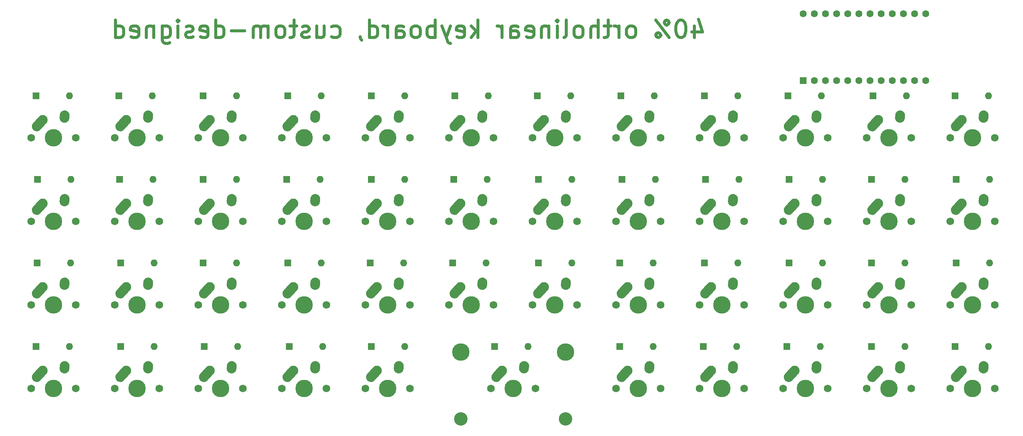
<source format=gbs>
G04 #@! TF.GenerationSoftware,KiCad,Pcbnew,(5.1.10)-1*
G04 #@! TF.CreationDate,2022-01-10T13:30:35-05:00*
G04 #@! TF.ProjectId,40,3430252e-6b69-4636-9164-5f7063625858,rev?*
G04 #@! TF.SameCoordinates,Original*
G04 #@! TF.FileFunction,Soldermask,Bot*
G04 #@! TF.FilePolarity,Negative*
%FSLAX46Y46*%
G04 Gerber Fmt 4.6, Leading zero omitted, Abs format (unit mm)*
G04 Created by KiCad (PCBNEW (5.1.10)-1) date 2022-01-10 13:30:35*
%MOMM*%
%LPD*%
G01*
G04 APERTURE LIST*
%ADD10C,0.700000*%
%ADD11C,1.600000*%
%ADD12R,1.600000X1.600000*%
%ADD13C,1.750000*%
%ADD14C,2.250000*%
%ADD15C,3.987800*%
%ADD16O,1.600000X1.600000*%
%ADD17C,3.048000*%
G04 APERTURE END LIST*
D10*
X183411607Y-38036607D02*
X183411607Y-40703273D01*
X184363988Y-36512797D02*
X185316369Y-39369940D01*
X182840178Y-39369940D01*
X180554464Y-36703273D02*
X180173511Y-36703273D01*
X179792559Y-36893750D01*
X179602083Y-37084226D01*
X179411607Y-37465178D01*
X179221130Y-38227083D01*
X179221130Y-39179464D01*
X179411607Y-39941369D01*
X179602083Y-40322321D01*
X179792559Y-40512797D01*
X180173511Y-40703273D01*
X180554464Y-40703273D01*
X180935416Y-40512797D01*
X181125892Y-40322321D01*
X181316369Y-39941369D01*
X181506845Y-39179464D01*
X181506845Y-38227083D01*
X181316369Y-37465178D01*
X181125892Y-37084226D01*
X180935416Y-36893750D01*
X180554464Y-36703273D01*
X177697321Y-40703273D02*
X174649702Y-36703273D01*
X177125892Y-36703273D02*
X176744940Y-36893750D01*
X176554464Y-37274702D01*
X176744940Y-37655654D01*
X177125892Y-37846130D01*
X177506845Y-37655654D01*
X177697321Y-37274702D01*
X177506845Y-36893750D01*
X177125892Y-36703273D01*
X174840178Y-40512797D02*
X174649702Y-40131845D01*
X174840178Y-39750892D01*
X175221130Y-39560416D01*
X175602083Y-39750892D01*
X175792559Y-40131845D01*
X175602083Y-40512797D01*
X175221130Y-40703273D01*
X174840178Y-40512797D01*
X169316369Y-40703273D02*
X169697321Y-40512797D01*
X169887797Y-40322321D01*
X170078273Y-39941369D01*
X170078273Y-38798511D01*
X169887797Y-38417559D01*
X169697321Y-38227083D01*
X169316369Y-38036607D01*
X168744940Y-38036607D01*
X168363988Y-38227083D01*
X168173511Y-38417559D01*
X167983035Y-38798511D01*
X167983035Y-39941369D01*
X168173511Y-40322321D01*
X168363988Y-40512797D01*
X168744940Y-40703273D01*
X169316369Y-40703273D01*
X166268750Y-40703273D02*
X166268750Y-38036607D01*
X166268750Y-38798511D02*
X166078273Y-38417559D01*
X165887797Y-38227083D01*
X165506845Y-38036607D01*
X165125892Y-38036607D01*
X164363988Y-38036607D02*
X162840178Y-38036607D01*
X163792559Y-36703273D02*
X163792559Y-40131845D01*
X163602083Y-40512797D01*
X163221130Y-40703273D01*
X162840178Y-40703273D01*
X161506845Y-40703273D02*
X161506845Y-36703273D01*
X159792559Y-40703273D02*
X159792559Y-38608035D01*
X159983035Y-38227083D01*
X160363988Y-38036607D01*
X160935416Y-38036607D01*
X161316369Y-38227083D01*
X161506845Y-38417559D01*
X157316369Y-40703273D02*
X157697321Y-40512797D01*
X157887797Y-40322321D01*
X158078273Y-39941369D01*
X158078273Y-38798511D01*
X157887797Y-38417559D01*
X157697321Y-38227083D01*
X157316369Y-38036607D01*
X156744940Y-38036607D01*
X156363988Y-38227083D01*
X156173511Y-38417559D01*
X155983035Y-38798511D01*
X155983035Y-39941369D01*
X156173511Y-40322321D01*
X156363988Y-40512797D01*
X156744940Y-40703273D01*
X157316369Y-40703273D01*
X153697321Y-40703273D02*
X154078273Y-40512797D01*
X154268750Y-40131845D01*
X154268750Y-36703273D01*
X152173511Y-40703273D02*
X152173511Y-38036607D01*
X152173511Y-36703273D02*
X152363988Y-36893750D01*
X152173511Y-37084226D01*
X151983035Y-36893750D01*
X152173511Y-36703273D01*
X152173511Y-37084226D01*
X150268750Y-38036607D02*
X150268750Y-40703273D01*
X150268750Y-38417559D02*
X150078273Y-38227083D01*
X149697321Y-38036607D01*
X149125892Y-38036607D01*
X148744940Y-38227083D01*
X148554464Y-38608035D01*
X148554464Y-40703273D01*
X145125892Y-40512797D02*
X145506845Y-40703273D01*
X146268750Y-40703273D01*
X146649702Y-40512797D01*
X146840178Y-40131845D01*
X146840178Y-38608035D01*
X146649702Y-38227083D01*
X146268750Y-38036607D01*
X145506845Y-38036607D01*
X145125892Y-38227083D01*
X144935416Y-38608035D01*
X144935416Y-38988988D01*
X146840178Y-39369940D01*
X141506845Y-40703273D02*
X141506845Y-38608035D01*
X141697321Y-38227083D01*
X142078273Y-38036607D01*
X142840178Y-38036607D01*
X143221130Y-38227083D01*
X141506845Y-40512797D02*
X141887797Y-40703273D01*
X142840178Y-40703273D01*
X143221130Y-40512797D01*
X143411607Y-40131845D01*
X143411607Y-39750892D01*
X143221130Y-39369940D01*
X142840178Y-39179464D01*
X141887797Y-39179464D01*
X141506845Y-38988988D01*
X139602083Y-40703273D02*
X139602083Y-38036607D01*
X139602083Y-38798511D02*
X139411607Y-38417559D01*
X139221130Y-38227083D01*
X138840178Y-38036607D01*
X138459226Y-38036607D01*
X134078273Y-40703273D02*
X134078273Y-36703273D01*
X133697321Y-39179464D02*
X132554464Y-40703273D01*
X132554464Y-38036607D02*
X134078273Y-39560416D01*
X129316369Y-40512797D02*
X129697321Y-40703273D01*
X130459226Y-40703273D01*
X130840178Y-40512797D01*
X131030654Y-40131845D01*
X131030654Y-38608035D01*
X130840178Y-38227083D01*
X130459226Y-38036607D01*
X129697321Y-38036607D01*
X129316369Y-38227083D01*
X129125892Y-38608035D01*
X129125892Y-38988988D01*
X131030654Y-39369940D01*
X127792559Y-38036607D02*
X126840178Y-40703273D01*
X125887797Y-38036607D02*
X126840178Y-40703273D01*
X127221130Y-41655654D01*
X127411607Y-41846130D01*
X127792559Y-42036607D01*
X124363988Y-40703273D02*
X124363988Y-36703273D01*
X124363988Y-38227083D02*
X123983035Y-38036607D01*
X123221130Y-38036607D01*
X122840178Y-38227083D01*
X122649702Y-38417559D01*
X122459226Y-38798511D01*
X122459226Y-39941369D01*
X122649702Y-40322321D01*
X122840178Y-40512797D01*
X123221130Y-40703273D01*
X123983035Y-40703273D01*
X124363988Y-40512797D01*
X120173511Y-40703273D02*
X120554464Y-40512797D01*
X120744940Y-40322321D01*
X120935416Y-39941369D01*
X120935416Y-38798511D01*
X120744940Y-38417559D01*
X120554464Y-38227083D01*
X120173511Y-38036607D01*
X119602083Y-38036607D01*
X119221130Y-38227083D01*
X119030654Y-38417559D01*
X118840178Y-38798511D01*
X118840178Y-39941369D01*
X119030654Y-40322321D01*
X119221130Y-40512797D01*
X119602083Y-40703273D01*
X120173511Y-40703273D01*
X115411607Y-40703273D02*
X115411607Y-38608035D01*
X115602083Y-38227083D01*
X115983035Y-38036607D01*
X116744940Y-38036607D01*
X117125892Y-38227083D01*
X115411607Y-40512797D02*
X115792559Y-40703273D01*
X116744940Y-40703273D01*
X117125892Y-40512797D01*
X117316369Y-40131845D01*
X117316369Y-39750892D01*
X117125892Y-39369940D01*
X116744940Y-39179464D01*
X115792559Y-39179464D01*
X115411607Y-38988988D01*
X113506845Y-40703273D02*
X113506845Y-38036607D01*
X113506845Y-38798511D02*
X113316369Y-38417559D01*
X113125892Y-38227083D01*
X112744940Y-38036607D01*
X112363988Y-38036607D01*
X109316369Y-40703273D02*
X109316369Y-36703273D01*
X109316369Y-40512797D02*
X109697321Y-40703273D01*
X110459226Y-40703273D01*
X110840178Y-40512797D01*
X111030654Y-40322321D01*
X111221130Y-39941369D01*
X111221130Y-38798511D01*
X111030654Y-38417559D01*
X110840178Y-38227083D01*
X110459226Y-38036607D01*
X109697321Y-38036607D01*
X109316369Y-38227083D01*
X107221130Y-40512797D02*
X107221130Y-40703273D01*
X107411607Y-41084226D01*
X107602083Y-41274702D01*
X100744940Y-40512797D02*
X101125892Y-40703273D01*
X101887797Y-40703273D01*
X102268750Y-40512797D01*
X102459226Y-40322321D01*
X102649702Y-39941369D01*
X102649702Y-38798511D01*
X102459226Y-38417559D01*
X102268750Y-38227083D01*
X101887797Y-38036607D01*
X101125892Y-38036607D01*
X100744940Y-38227083D01*
X97316369Y-38036607D02*
X97316369Y-40703273D01*
X99030654Y-38036607D02*
X99030654Y-40131845D01*
X98840178Y-40512797D01*
X98459226Y-40703273D01*
X97887797Y-40703273D01*
X97506845Y-40512797D01*
X97316369Y-40322321D01*
X95602083Y-40512797D02*
X95221130Y-40703273D01*
X94459226Y-40703273D01*
X94078273Y-40512797D01*
X93887797Y-40131845D01*
X93887797Y-39941369D01*
X94078273Y-39560416D01*
X94459226Y-39369940D01*
X95030654Y-39369940D01*
X95411607Y-39179464D01*
X95602083Y-38798511D01*
X95602083Y-38608035D01*
X95411607Y-38227083D01*
X95030654Y-38036607D01*
X94459226Y-38036607D01*
X94078273Y-38227083D01*
X92744940Y-38036607D02*
X91221130Y-38036607D01*
X92173511Y-36703273D02*
X92173511Y-40131845D01*
X91983035Y-40512797D01*
X91602083Y-40703273D01*
X91221130Y-40703273D01*
X89316369Y-40703273D02*
X89697321Y-40512797D01*
X89887797Y-40322321D01*
X90078273Y-39941369D01*
X90078273Y-38798511D01*
X89887797Y-38417559D01*
X89697321Y-38227083D01*
X89316369Y-38036607D01*
X88744940Y-38036607D01*
X88363988Y-38227083D01*
X88173511Y-38417559D01*
X87983035Y-38798511D01*
X87983035Y-39941369D01*
X88173511Y-40322321D01*
X88363988Y-40512797D01*
X88744940Y-40703273D01*
X89316369Y-40703273D01*
X86268750Y-40703273D02*
X86268750Y-38036607D01*
X86268750Y-38417559D02*
X86078273Y-38227083D01*
X85697321Y-38036607D01*
X85125892Y-38036607D01*
X84744940Y-38227083D01*
X84554464Y-38608035D01*
X84554464Y-40703273D01*
X84554464Y-38608035D02*
X84363988Y-38227083D01*
X83983035Y-38036607D01*
X83411607Y-38036607D01*
X83030654Y-38227083D01*
X82840178Y-38608035D01*
X82840178Y-40703273D01*
X80935416Y-39179464D02*
X77887797Y-39179464D01*
X74268750Y-40703273D02*
X74268750Y-36703273D01*
X74268750Y-40512797D02*
X74649702Y-40703273D01*
X75411607Y-40703273D01*
X75792559Y-40512797D01*
X75983035Y-40322321D01*
X76173511Y-39941369D01*
X76173511Y-38798511D01*
X75983035Y-38417559D01*
X75792559Y-38227083D01*
X75411607Y-38036607D01*
X74649702Y-38036607D01*
X74268750Y-38227083D01*
X70840178Y-40512797D02*
X71221130Y-40703273D01*
X71983035Y-40703273D01*
X72363988Y-40512797D01*
X72554464Y-40131845D01*
X72554464Y-38608035D01*
X72363988Y-38227083D01*
X71983035Y-38036607D01*
X71221130Y-38036607D01*
X70840178Y-38227083D01*
X70649702Y-38608035D01*
X70649702Y-38988988D01*
X72554464Y-39369940D01*
X69125892Y-40512797D02*
X68744940Y-40703273D01*
X67983035Y-40703273D01*
X67602083Y-40512797D01*
X67411607Y-40131845D01*
X67411607Y-39941369D01*
X67602083Y-39560416D01*
X67983035Y-39369940D01*
X68554464Y-39369940D01*
X68935416Y-39179464D01*
X69125892Y-38798511D01*
X69125892Y-38608035D01*
X68935416Y-38227083D01*
X68554464Y-38036607D01*
X67983035Y-38036607D01*
X67602083Y-38227083D01*
X65697321Y-40703273D02*
X65697321Y-38036607D01*
X65697321Y-36703273D02*
X65887797Y-36893750D01*
X65697321Y-37084226D01*
X65506845Y-36893750D01*
X65697321Y-36703273D01*
X65697321Y-37084226D01*
X62078273Y-38036607D02*
X62078273Y-41274702D01*
X62268750Y-41655654D01*
X62459226Y-41846130D01*
X62840178Y-42036607D01*
X63411607Y-42036607D01*
X63792559Y-41846130D01*
X62078273Y-40512797D02*
X62459226Y-40703273D01*
X63221130Y-40703273D01*
X63602083Y-40512797D01*
X63792559Y-40322321D01*
X63983035Y-39941369D01*
X63983035Y-38798511D01*
X63792559Y-38417559D01*
X63602083Y-38227083D01*
X63221130Y-38036607D01*
X62459226Y-38036607D01*
X62078273Y-38227083D01*
X60173511Y-38036607D02*
X60173511Y-40703273D01*
X60173511Y-38417559D02*
X59983035Y-38227083D01*
X59602083Y-38036607D01*
X59030654Y-38036607D01*
X58649702Y-38227083D01*
X58459226Y-38608035D01*
X58459226Y-40703273D01*
X55030654Y-40512797D02*
X55411607Y-40703273D01*
X56173511Y-40703273D01*
X56554464Y-40512797D01*
X56744940Y-40131845D01*
X56744940Y-38608035D01*
X56554464Y-38227083D01*
X56173511Y-38036607D01*
X55411607Y-38036607D01*
X55030654Y-38227083D01*
X54840178Y-38608035D01*
X54840178Y-38988988D01*
X56744940Y-39369940D01*
X51411607Y-40703273D02*
X51411607Y-36703273D01*
X51411607Y-40512797D02*
X51792559Y-40703273D01*
X52554464Y-40703273D01*
X52935416Y-40512797D01*
X53125892Y-40322321D01*
X53316369Y-39941369D01*
X53316369Y-38798511D01*
X53125892Y-38417559D01*
X52935416Y-38227083D01*
X52554464Y-38036607D01*
X51792559Y-38036607D01*
X51411607Y-38227083D01*
D11*
X208280000Y-35242500D03*
X210820000Y-35242500D03*
X213360000Y-35242500D03*
X215900000Y-35242500D03*
X218440000Y-35242500D03*
X220980000Y-35242500D03*
X223520000Y-35242500D03*
X226060000Y-35242500D03*
X228600000Y-35242500D03*
X231140000Y-35242500D03*
X233680000Y-35242500D03*
X236220000Y-35242500D03*
X236220000Y-50482500D03*
X233680000Y-50482500D03*
X231140000Y-50482500D03*
X228600000Y-50482500D03*
X226060000Y-50482500D03*
X223520000Y-50482500D03*
X220980000Y-50482500D03*
X218440000Y-50482500D03*
X215900000Y-50482500D03*
X213360000Y-50482500D03*
X210820000Y-50482500D03*
D12*
X208280000Y-50482500D03*
D13*
X156686250Y-101600000D03*
X146526250Y-101600000D03*
D14*
X149106250Y-97600000D03*
D15*
X151606250Y-101600000D03*
G36*
G01*
X147044938Y-99897350D02*
X147044933Y-99897345D01*
G75*
G02*
X146958905Y-98308683I751317J837345D01*
G01*
X148268907Y-96848683D01*
G75*
G02*
X149857569Y-96762655I837345J-751317D01*
G01*
X149857569Y-96762655D01*
G75*
G02*
X149943597Y-98351317I-751317J-837345D01*
G01*
X148633595Y-99811317D01*
G75*
G02*
X147044933Y-99897345I-837345J751317D01*
G01*
G37*
D14*
X154146250Y-96520000D03*
G36*
G01*
X154029733Y-98222395D02*
X154028847Y-98222334D01*
G75*
G02*
X152983916Y-97022597I77403J1122334D01*
G01*
X153023916Y-96442597D01*
G75*
G02*
X154223653Y-95397666I1122334J-77403D01*
G01*
X154223653Y-95397666D01*
G75*
G02*
X155268584Y-96597403I-77403J-1122334D01*
G01*
X155228584Y-97177403D01*
G75*
G02*
X154028847Y-98222334I-1122334J77403D01*
G01*
G37*
D13*
X137636250Y-101600000D03*
X127476250Y-101600000D03*
D14*
X130056250Y-97600000D03*
D15*
X132556250Y-101600000D03*
G36*
G01*
X127994938Y-99897350D02*
X127994933Y-99897345D01*
G75*
G02*
X127908905Y-98308683I751317J837345D01*
G01*
X129218907Y-96848683D01*
G75*
G02*
X130807569Y-96762655I837345J-751317D01*
G01*
X130807569Y-96762655D01*
G75*
G02*
X130893597Y-98351317I-751317J-837345D01*
G01*
X129583595Y-99811317D01*
G75*
G02*
X127994933Y-99897345I-837345J751317D01*
G01*
G37*
D14*
X135096250Y-96520000D03*
G36*
G01*
X134979733Y-98222395D02*
X134978847Y-98222334D01*
G75*
G02*
X133933916Y-97022597I77403J1122334D01*
G01*
X133973916Y-96442597D01*
G75*
G02*
X135173653Y-95397666I1122334J-77403D01*
G01*
X135173653Y-95397666D01*
G75*
G02*
X136218584Y-96597403I-77403J-1122334D01*
G01*
X136178584Y-97177403D01*
G75*
G02*
X134978847Y-98222334I-1122334J77403D01*
G01*
G37*
D13*
X118586250Y-82550000D03*
X108426250Y-82550000D03*
D14*
X111006250Y-78550000D03*
D15*
X113506250Y-82550000D03*
G36*
G01*
X108944938Y-80847350D02*
X108944933Y-80847345D01*
G75*
G02*
X108858905Y-79258683I751317J837345D01*
G01*
X110168907Y-77798683D01*
G75*
G02*
X111757569Y-77712655I837345J-751317D01*
G01*
X111757569Y-77712655D01*
G75*
G02*
X111843597Y-79301317I-751317J-837345D01*
G01*
X110533595Y-80761317D01*
G75*
G02*
X108944933Y-80847345I-837345J751317D01*
G01*
G37*
D14*
X116046250Y-77470000D03*
G36*
G01*
X115929733Y-79172395D02*
X115928847Y-79172334D01*
G75*
G02*
X114883916Y-77972597I77403J1122334D01*
G01*
X114923916Y-77392597D01*
G75*
G02*
X116123653Y-76347666I1122334J-77403D01*
G01*
X116123653Y-76347666D01*
G75*
G02*
X117168584Y-77547403I-77403J-1122334D01*
G01*
X117128584Y-78127403D01*
G75*
G02*
X115928847Y-79172334I-1122334J77403D01*
G01*
G37*
D13*
X42386250Y-120650000D03*
X32226250Y-120650000D03*
D14*
X34806250Y-116650000D03*
D15*
X37306250Y-120650000D03*
G36*
G01*
X32744938Y-118947350D02*
X32744933Y-118947345D01*
G75*
G02*
X32658905Y-117358683I751317J837345D01*
G01*
X33968907Y-115898683D01*
G75*
G02*
X35557569Y-115812655I837345J-751317D01*
G01*
X35557569Y-115812655D01*
G75*
G02*
X35643597Y-117401317I-751317J-837345D01*
G01*
X34333595Y-118861317D01*
G75*
G02*
X32744933Y-118947345I-837345J751317D01*
G01*
G37*
D14*
X39846250Y-115570000D03*
G36*
G01*
X39729733Y-117272395D02*
X39728847Y-117272334D01*
G75*
G02*
X38683916Y-116072597I77403J1122334D01*
G01*
X38723916Y-115492597D01*
G75*
G02*
X39923653Y-114447666I1122334J-77403D01*
G01*
X39923653Y-114447666D01*
G75*
G02*
X40968584Y-115647403I-77403J-1122334D01*
G01*
X40928584Y-116227403D01*
G75*
G02*
X39728847Y-117272334I-1122334J77403D01*
G01*
G37*
D16*
X193357500Y-53975000D03*
D12*
X185737500Y-53975000D03*
D16*
X174307500Y-53975000D03*
D12*
X166687500Y-53975000D03*
D16*
X155257500Y-53975000D03*
D12*
X147637500Y-53975000D03*
D16*
X136445000Y-53975000D03*
D12*
X128825000Y-53975000D03*
D16*
X117395000Y-53975000D03*
D12*
X109775000Y-53975000D03*
D16*
X98345000Y-53975000D03*
D12*
X90725000Y-53975000D03*
D16*
X79057500Y-53975000D03*
D12*
X71437500Y-53975000D03*
D16*
X59845000Y-53975000D03*
D12*
X52225000Y-53975000D03*
D16*
X40957500Y-53975000D03*
D12*
X33337500Y-53975000D03*
D16*
X250507500Y-111125000D03*
D12*
X242887500Y-111125000D03*
D16*
X231457500Y-111125000D03*
D12*
X223837500Y-111125000D03*
D16*
X212170000Y-111125000D03*
D12*
X204550000Y-111125000D03*
D16*
X193120000Y-111125000D03*
D12*
X185500000Y-111125000D03*
D16*
X174070000Y-111125000D03*
D12*
X166450000Y-111125000D03*
D16*
X145495000Y-111125000D03*
D12*
X137875000Y-111125000D03*
D16*
X117395000Y-111125000D03*
D12*
X109775000Y-111125000D03*
D16*
X98663750Y-111125000D03*
D12*
X91043750Y-111125000D03*
D16*
X79295000Y-111125000D03*
D12*
X71675000Y-111125000D03*
D16*
X60245000Y-111125000D03*
D12*
X52625000Y-111125000D03*
D16*
X40957500Y-111125000D03*
D12*
X33337500Y-111125000D03*
D16*
X250745000Y-92075000D03*
D12*
X243125000Y-92075000D03*
D16*
X231457500Y-92075000D03*
D12*
X223837500Y-92075000D03*
D16*
X212645000Y-92075000D03*
D12*
X205025000Y-92075000D03*
D16*
X193357500Y-92075000D03*
D12*
X185737500Y-92075000D03*
D16*
X174070000Y-92075000D03*
D12*
X166450000Y-92075000D03*
D16*
X155495000Y-92075000D03*
D12*
X147875000Y-92075000D03*
D16*
X135970000Y-92075000D03*
D12*
X128350000Y-92075000D03*
D16*
X117157500Y-92075000D03*
D12*
X109537500Y-92075000D03*
D16*
X98345000Y-92075000D03*
D12*
X90725000Y-92075000D03*
D16*
X79057500Y-92075000D03*
D12*
X71437500Y-92075000D03*
D16*
X60245000Y-92075000D03*
D12*
X52625000Y-92075000D03*
D16*
X41195000Y-92075000D03*
D12*
X33575000Y-92075000D03*
D16*
X250745000Y-73025000D03*
D12*
X243125000Y-73025000D03*
D16*
X231457500Y-73025000D03*
D12*
X223837500Y-73025000D03*
D16*
X212645000Y-73025000D03*
D12*
X205025000Y-73025000D03*
D16*
X193595000Y-73025000D03*
D12*
X185975000Y-73025000D03*
D16*
X174545000Y-73025000D03*
D12*
X166925000Y-73025000D03*
D16*
X155495000Y-73025000D03*
D12*
X147875000Y-73025000D03*
D16*
X136207500Y-73025000D03*
D12*
X128587500Y-73025000D03*
D16*
X117395000Y-73025000D03*
D12*
X109775000Y-73025000D03*
D16*
X98107500Y-73025000D03*
D12*
X90487500Y-73025000D03*
D16*
X79057500Y-73025000D03*
D12*
X71437500Y-73025000D03*
D16*
X60007500Y-73025000D03*
D12*
X52387500Y-73025000D03*
D16*
X41275000Y-73025000D03*
D12*
X33655000Y-73025000D03*
D16*
X250507500Y-53975000D03*
D12*
X242887500Y-53975000D03*
D16*
X231775000Y-53975000D03*
D12*
X224155000Y-53975000D03*
D16*
X212407500Y-53975000D03*
D12*
X204787500Y-53975000D03*
D13*
X137636250Y-63500000D03*
X127476250Y-63500000D03*
D14*
X130056250Y-59500000D03*
D15*
X132556250Y-63500000D03*
G36*
G01*
X127994938Y-61797350D02*
X127994933Y-61797345D01*
G75*
G02*
X127908905Y-60208683I751317J837345D01*
G01*
X129218907Y-58748683D01*
G75*
G02*
X130807569Y-58662655I837345J-751317D01*
G01*
X130807569Y-58662655D01*
G75*
G02*
X130893597Y-60251317I-751317J-837345D01*
G01*
X129583595Y-61711317D01*
G75*
G02*
X127994933Y-61797345I-837345J751317D01*
G01*
G37*
D14*
X135096250Y-58420000D03*
G36*
G01*
X134979733Y-60122395D02*
X134978847Y-60122334D01*
G75*
G02*
X133933916Y-58922597I77403J1122334D01*
G01*
X133973916Y-58342597D01*
G75*
G02*
X135173653Y-57297666I1122334J-77403D01*
G01*
X135173653Y-57297666D01*
G75*
G02*
X136218584Y-58497403I-77403J-1122334D01*
G01*
X136178584Y-59077403D01*
G75*
G02*
X134978847Y-60122334I-1122334J77403D01*
G01*
G37*
D13*
X42386250Y-63500000D03*
X32226250Y-63500000D03*
D14*
X34806250Y-59500000D03*
D15*
X37306250Y-63500000D03*
G36*
G01*
X32744938Y-61797350D02*
X32744933Y-61797345D01*
G75*
G02*
X32658905Y-60208683I751317J837345D01*
G01*
X33968907Y-58748683D01*
G75*
G02*
X35557569Y-58662655I837345J-751317D01*
G01*
X35557569Y-58662655D01*
G75*
G02*
X35643597Y-60251317I-751317J-837345D01*
G01*
X34333595Y-61711317D01*
G75*
G02*
X32744933Y-61797345I-837345J751317D01*
G01*
G37*
D14*
X39846250Y-58420000D03*
G36*
G01*
X39729733Y-60122395D02*
X39728847Y-60122334D01*
G75*
G02*
X38683916Y-58922597I77403J1122334D01*
G01*
X38723916Y-58342597D01*
G75*
G02*
X39923653Y-57297666I1122334J-77403D01*
G01*
X39923653Y-57297666D01*
G75*
G02*
X40968584Y-58497403I-77403J-1122334D01*
G01*
X40928584Y-59077403D01*
G75*
G02*
X39728847Y-60122334I-1122334J77403D01*
G01*
G37*
D13*
X251936250Y-63500000D03*
X241776250Y-63500000D03*
D14*
X244356250Y-59500000D03*
D15*
X246856250Y-63500000D03*
G36*
G01*
X242294938Y-61797350D02*
X242294933Y-61797345D01*
G75*
G02*
X242208905Y-60208683I751317J837345D01*
G01*
X243518907Y-58748683D01*
G75*
G02*
X245107569Y-58662655I837345J-751317D01*
G01*
X245107569Y-58662655D01*
G75*
G02*
X245193597Y-60251317I-751317J-837345D01*
G01*
X243883595Y-61711317D01*
G75*
G02*
X242294933Y-61797345I-837345J751317D01*
G01*
G37*
D14*
X249396250Y-58420000D03*
G36*
G01*
X249279733Y-60122395D02*
X249278847Y-60122334D01*
G75*
G02*
X248233916Y-58922597I77403J1122334D01*
G01*
X248273916Y-58342597D01*
G75*
G02*
X249473653Y-57297666I1122334J-77403D01*
G01*
X249473653Y-57297666D01*
G75*
G02*
X250518584Y-58497403I-77403J-1122334D01*
G01*
X250478584Y-59077403D01*
G75*
G02*
X249278847Y-60122334I-1122334J77403D01*
G01*
G37*
D13*
X99536250Y-82550000D03*
X89376250Y-82550000D03*
D14*
X91956250Y-78550000D03*
D15*
X94456250Y-82550000D03*
G36*
G01*
X89894938Y-80847350D02*
X89894933Y-80847345D01*
G75*
G02*
X89808905Y-79258683I751317J837345D01*
G01*
X91118907Y-77798683D01*
G75*
G02*
X92707569Y-77712655I837345J-751317D01*
G01*
X92707569Y-77712655D01*
G75*
G02*
X92793597Y-79301317I-751317J-837345D01*
G01*
X91483595Y-80761317D01*
G75*
G02*
X89894933Y-80847345I-837345J751317D01*
G01*
G37*
D14*
X96996250Y-77470000D03*
G36*
G01*
X96879733Y-79172395D02*
X96878847Y-79172334D01*
G75*
G02*
X95833916Y-77972597I77403J1122334D01*
G01*
X95873916Y-77392597D01*
G75*
G02*
X97073653Y-76347666I1122334J-77403D01*
G01*
X97073653Y-76347666D01*
G75*
G02*
X98118584Y-77547403I-77403J-1122334D01*
G01*
X98078584Y-78127403D01*
G75*
G02*
X96878847Y-79172334I-1122334J77403D01*
G01*
G37*
D13*
X61436250Y-101600000D03*
X51276250Y-101600000D03*
D14*
X53856250Y-97600000D03*
D15*
X56356250Y-101600000D03*
G36*
G01*
X51794938Y-99897350D02*
X51794933Y-99897345D01*
G75*
G02*
X51708905Y-98308683I751317J837345D01*
G01*
X53018907Y-96848683D01*
G75*
G02*
X54607569Y-96762655I837345J-751317D01*
G01*
X54607569Y-96762655D01*
G75*
G02*
X54693597Y-98351317I-751317J-837345D01*
G01*
X53383595Y-99811317D01*
G75*
G02*
X51794933Y-99897345I-837345J751317D01*
G01*
G37*
D14*
X58896250Y-96520000D03*
G36*
G01*
X58779733Y-98222395D02*
X58778847Y-98222334D01*
G75*
G02*
X57733916Y-97022597I77403J1122334D01*
G01*
X57773916Y-96442597D01*
G75*
G02*
X58973653Y-95397666I1122334J-77403D01*
G01*
X58973653Y-95397666D01*
G75*
G02*
X60018584Y-96597403I-77403J-1122334D01*
G01*
X59978584Y-97177403D01*
G75*
G02*
X58778847Y-98222334I-1122334J77403D01*
G01*
G37*
D13*
X80486250Y-101600000D03*
X70326250Y-101600000D03*
D14*
X72906250Y-97600000D03*
D15*
X75406250Y-101600000D03*
G36*
G01*
X70844938Y-99897350D02*
X70844933Y-99897345D01*
G75*
G02*
X70758905Y-98308683I751317J837345D01*
G01*
X72068907Y-96848683D01*
G75*
G02*
X73657569Y-96762655I837345J-751317D01*
G01*
X73657569Y-96762655D01*
G75*
G02*
X73743597Y-98351317I-751317J-837345D01*
G01*
X72433595Y-99811317D01*
G75*
G02*
X70844933Y-99897345I-837345J751317D01*
G01*
G37*
D14*
X77946250Y-96520000D03*
G36*
G01*
X77829733Y-98222395D02*
X77828847Y-98222334D01*
G75*
G02*
X76783916Y-97022597I77403J1122334D01*
G01*
X76823916Y-96442597D01*
G75*
G02*
X78023653Y-95397666I1122334J-77403D01*
G01*
X78023653Y-95397666D01*
G75*
G02*
X79068584Y-96597403I-77403J-1122334D01*
G01*
X79028584Y-97177403D01*
G75*
G02*
X77828847Y-98222334I-1122334J77403D01*
G01*
G37*
D13*
X118586250Y-101600000D03*
X108426250Y-101600000D03*
D14*
X111006250Y-97600000D03*
D15*
X113506250Y-101600000D03*
G36*
G01*
X108944938Y-99897350D02*
X108944933Y-99897345D01*
G75*
G02*
X108858905Y-98308683I751317J837345D01*
G01*
X110168907Y-96848683D01*
G75*
G02*
X111757569Y-96762655I837345J-751317D01*
G01*
X111757569Y-96762655D01*
G75*
G02*
X111843597Y-98351317I-751317J-837345D01*
G01*
X110533595Y-99811317D01*
G75*
G02*
X108944933Y-99897345I-837345J751317D01*
G01*
G37*
D14*
X116046250Y-96520000D03*
G36*
G01*
X115929733Y-98222395D02*
X115928847Y-98222334D01*
G75*
G02*
X114883916Y-97022597I77403J1122334D01*
G01*
X114923916Y-96442597D01*
G75*
G02*
X116123653Y-95397666I1122334J-77403D01*
G01*
X116123653Y-95397666D01*
G75*
G02*
X117168584Y-96597403I-77403J-1122334D01*
G01*
X117128584Y-97177403D01*
G75*
G02*
X115928847Y-98222334I-1122334J77403D01*
G01*
G37*
D15*
X154019250Y-112395000D03*
X130143250Y-112395000D03*
D17*
X154019250Y-127635000D03*
X130143250Y-127635000D03*
D13*
X147161250Y-120650000D03*
X137001250Y-120650000D03*
D14*
X139581250Y-116650000D03*
D15*
X142081250Y-120650000D03*
G36*
G01*
X137519938Y-118947350D02*
X137519933Y-118947345D01*
G75*
G02*
X137433905Y-117358683I751317J837345D01*
G01*
X138743907Y-115898683D01*
G75*
G02*
X140332569Y-115812655I837345J-751317D01*
G01*
X140332569Y-115812655D01*
G75*
G02*
X140418597Y-117401317I-751317J-837345D01*
G01*
X139108595Y-118861317D01*
G75*
G02*
X137519933Y-118947345I-837345J751317D01*
G01*
G37*
D14*
X144621250Y-115570000D03*
G36*
G01*
X144504733Y-117272395D02*
X144503847Y-117272334D01*
G75*
G02*
X143458916Y-116072597I77403J1122334D01*
G01*
X143498916Y-115492597D01*
G75*
G02*
X144698653Y-114447666I1122334J-77403D01*
G01*
X144698653Y-114447666D01*
G75*
G02*
X145743584Y-115647403I-77403J-1122334D01*
G01*
X145703584Y-116227403D01*
G75*
G02*
X144503847Y-117272334I-1122334J77403D01*
G01*
G37*
D13*
X42386250Y-101600000D03*
X32226250Y-101600000D03*
D14*
X34806250Y-97600000D03*
D15*
X37306250Y-101600000D03*
G36*
G01*
X32744938Y-99897350D02*
X32744933Y-99897345D01*
G75*
G02*
X32658905Y-98308683I751317J837345D01*
G01*
X33968907Y-96848683D01*
G75*
G02*
X35557569Y-96762655I837345J-751317D01*
G01*
X35557569Y-96762655D01*
G75*
G02*
X35643597Y-98351317I-751317J-837345D01*
G01*
X34333595Y-99811317D01*
G75*
G02*
X32744933Y-99897345I-837345J751317D01*
G01*
G37*
D14*
X39846250Y-96520000D03*
G36*
G01*
X39729733Y-98222395D02*
X39728847Y-98222334D01*
G75*
G02*
X38683916Y-97022597I77403J1122334D01*
G01*
X38723916Y-96442597D01*
G75*
G02*
X39923653Y-95397666I1122334J-77403D01*
G01*
X39923653Y-95397666D01*
G75*
G02*
X40968584Y-96597403I-77403J-1122334D01*
G01*
X40928584Y-97177403D01*
G75*
G02*
X39728847Y-98222334I-1122334J77403D01*
G01*
G37*
D13*
X213836250Y-101600000D03*
X203676250Y-101600000D03*
D14*
X206256250Y-97600000D03*
D15*
X208756250Y-101600000D03*
G36*
G01*
X204194938Y-99897350D02*
X204194933Y-99897345D01*
G75*
G02*
X204108905Y-98308683I751317J837345D01*
G01*
X205418907Y-96848683D01*
G75*
G02*
X207007569Y-96762655I837345J-751317D01*
G01*
X207007569Y-96762655D01*
G75*
G02*
X207093597Y-98351317I-751317J-837345D01*
G01*
X205783595Y-99811317D01*
G75*
G02*
X204194933Y-99897345I-837345J751317D01*
G01*
G37*
D14*
X211296250Y-96520000D03*
G36*
G01*
X211179733Y-98222395D02*
X211178847Y-98222334D01*
G75*
G02*
X210133916Y-97022597I77403J1122334D01*
G01*
X210173916Y-96442597D01*
G75*
G02*
X211373653Y-95397666I1122334J-77403D01*
G01*
X211373653Y-95397666D01*
G75*
G02*
X212418584Y-96597403I-77403J-1122334D01*
G01*
X212378584Y-97177403D01*
G75*
G02*
X211178847Y-98222334I-1122334J77403D01*
G01*
G37*
D13*
X175736250Y-101600000D03*
X165576250Y-101600000D03*
D14*
X168156250Y-97600000D03*
D15*
X170656250Y-101600000D03*
G36*
G01*
X166094938Y-99897350D02*
X166094933Y-99897345D01*
G75*
G02*
X166008905Y-98308683I751317J837345D01*
G01*
X167318907Y-96848683D01*
G75*
G02*
X168907569Y-96762655I837345J-751317D01*
G01*
X168907569Y-96762655D01*
G75*
G02*
X168993597Y-98351317I-751317J-837345D01*
G01*
X167683595Y-99811317D01*
G75*
G02*
X166094933Y-99897345I-837345J751317D01*
G01*
G37*
D14*
X173196250Y-96520000D03*
G36*
G01*
X173079733Y-98222395D02*
X173078847Y-98222334D01*
G75*
G02*
X172033916Y-97022597I77403J1122334D01*
G01*
X172073916Y-96442597D01*
G75*
G02*
X173273653Y-95397666I1122334J-77403D01*
G01*
X173273653Y-95397666D01*
G75*
G02*
X174318584Y-96597403I-77403J-1122334D01*
G01*
X174278584Y-97177403D01*
G75*
G02*
X173078847Y-98222334I-1122334J77403D01*
G01*
G37*
D13*
X194786250Y-101600000D03*
X184626250Y-101600000D03*
D14*
X187206250Y-97600000D03*
D15*
X189706250Y-101600000D03*
G36*
G01*
X185144938Y-99897350D02*
X185144933Y-99897345D01*
G75*
G02*
X185058905Y-98308683I751317J837345D01*
G01*
X186368907Y-96848683D01*
G75*
G02*
X187957569Y-96762655I837345J-751317D01*
G01*
X187957569Y-96762655D01*
G75*
G02*
X188043597Y-98351317I-751317J-837345D01*
G01*
X186733595Y-99811317D01*
G75*
G02*
X185144933Y-99897345I-837345J751317D01*
G01*
G37*
D14*
X192246250Y-96520000D03*
G36*
G01*
X192129733Y-98222395D02*
X192128847Y-98222334D01*
G75*
G02*
X191083916Y-97022597I77403J1122334D01*
G01*
X191123916Y-96442597D01*
G75*
G02*
X192323653Y-95397666I1122334J-77403D01*
G01*
X192323653Y-95397666D01*
G75*
G02*
X193368584Y-96597403I-77403J-1122334D01*
G01*
X193328584Y-97177403D01*
G75*
G02*
X192128847Y-98222334I-1122334J77403D01*
G01*
G37*
D13*
X99536250Y-101600000D03*
X89376250Y-101600000D03*
D14*
X91956250Y-97600000D03*
D15*
X94456250Y-101600000D03*
G36*
G01*
X89894938Y-99897350D02*
X89894933Y-99897345D01*
G75*
G02*
X89808905Y-98308683I751317J837345D01*
G01*
X91118907Y-96848683D01*
G75*
G02*
X92707569Y-96762655I837345J-751317D01*
G01*
X92707569Y-96762655D01*
G75*
G02*
X92793597Y-98351317I-751317J-837345D01*
G01*
X91483595Y-99811317D01*
G75*
G02*
X89894933Y-99897345I-837345J751317D01*
G01*
G37*
D14*
X96996250Y-96520000D03*
G36*
G01*
X96879733Y-98222395D02*
X96878847Y-98222334D01*
G75*
G02*
X95833916Y-97022597I77403J1122334D01*
G01*
X95873916Y-96442597D01*
G75*
G02*
X97073653Y-95397666I1122334J-77403D01*
G01*
X97073653Y-95397666D01*
G75*
G02*
X98118584Y-96597403I-77403J-1122334D01*
G01*
X98078584Y-97177403D01*
G75*
G02*
X96878847Y-98222334I-1122334J77403D01*
G01*
G37*
D13*
X156686250Y-63500000D03*
X146526250Y-63500000D03*
D14*
X149106250Y-59500000D03*
D15*
X151606250Y-63500000D03*
G36*
G01*
X147044938Y-61797350D02*
X147044933Y-61797345D01*
G75*
G02*
X146958905Y-60208683I751317J837345D01*
G01*
X148268907Y-58748683D01*
G75*
G02*
X149857569Y-58662655I837345J-751317D01*
G01*
X149857569Y-58662655D01*
G75*
G02*
X149943597Y-60251317I-751317J-837345D01*
G01*
X148633595Y-61711317D01*
G75*
G02*
X147044933Y-61797345I-837345J751317D01*
G01*
G37*
D14*
X154146250Y-58420000D03*
G36*
G01*
X154029733Y-60122395D02*
X154028847Y-60122334D01*
G75*
G02*
X152983916Y-58922597I77403J1122334D01*
G01*
X153023916Y-58342597D01*
G75*
G02*
X154223653Y-57297666I1122334J-77403D01*
G01*
X154223653Y-57297666D01*
G75*
G02*
X155268584Y-58497403I-77403J-1122334D01*
G01*
X155228584Y-59077403D01*
G75*
G02*
X154028847Y-60122334I-1122334J77403D01*
G01*
G37*
D13*
X61436250Y-120650000D03*
X51276250Y-120650000D03*
D14*
X53856250Y-116650000D03*
D15*
X56356250Y-120650000D03*
G36*
G01*
X51794938Y-118947350D02*
X51794933Y-118947345D01*
G75*
G02*
X51708905Y-117358683I751317J837345D01*
G01*
X53018907Y-115898683D01*
G75*
G02*
X54607569Y-115812655I837345J-751317D01*
G01*
X54607569Y-115812655D01*
G75*
G02*
X54693597Y-117401317I-751317J-837345D01*
G01*
X53383595Y-118861317D01*
G75*
G02*
X51794933Y-118947345I-837345J751317D01*
G01*
G37*
D14*
X58896250Y-115570000D03*
G36*
G01*
X58779733Y-117272395D02*
X58778847Y-117272334D01*
G75*
G02*
X57733916Y-116072597I77403J1122334D01*
G01*
X57773916Y-115492597D01*
G75*
G02*
X58973653Y-114447666I1122334J-77403D01*
G01*
X58973653Y-114447666D01*
G75*
G02*
X60018584Y-115647403I-77403J-1122334D01*
G01*
X59978584Y-116227403D01*
G75*
G02*
X58778847Y-117272334I-1122334J77403D01*
G01*
G37*
D13*
X80486250Y-63500000D03*
X70326250Y-63500000D03*
D14*
X72906250Y-59500000D03*
D15*
X75406250Y-63500000D03*
G36*
G01*
X70844938Y-61797350D02*
X70844933Y-61797345D01*
G75*
G02*
X70758905Y-60208683I751317J837345D01*
G01*
X72068907Y-58748683D01*
G75*
G02*
X73657569Y-58662655I837345J-751317D01*
G01*
X73657569Y-58662655D01*
G75*
G02*
X73743597Y-60251317I-751317J-837345D01*
G01*
X72433595Y-61711317D01*
G75*
G02*
X70844933Y-61797345I-837345J751317D01*
G01*
G37*
D14*
X77946250Y-58420000D03*
G36*
G01*
X77829733Y-60122395D02*
X77828847Y-60122334D01*
G75*
G02*
X76783916Y-58922597I77403J1122334D01*
G01*
X76823916Y-58342597D01*
G75*
G02*
X78023653Y-57297666I1122334J-77403D01*
G01*
X78023653Y-57297666D01*
G75*
G02*
X79068584Y-58497403I-77403J-1122334D01*
G01*
X79028584Y-59077403D01*
G75*
G02*
X77828847Y-60122334I-1122334J77403D01*
G01*
G37*
D13*
X232886250Y-101600000D03*
X222726250Y-101600000D03*
D14*
X225306250Y-97600000D03*
D15*
X227806250Y-101600000D03*
G36*
G01*
X223244938Y-99897350D02*
X223244933Y-99897345D01*
G75*
G02*
X223158905Y-98308683I751317J837345D01*
G01*
X224468907Y-96848683D01*
G75*
G02*
X226057569Y-96762655I837345J-751317D01*
G01*
X226057569Y-96762655D01*
G75*
G02*
X226143597Y-98351317I-751317J-837345D01*
G01*
X224833595Y-99811317D01*
G75*
G02*
X223244933Y-99897345I-837345J751317D01*
G01*
G37*
D14*
X230346250Y-96520000D03*
G36*
G01*
X230229733Y-98222395D02*
X230228847Y-98222334D01*
G75*
G02*
X229183916Y-97022597I77403J1122334D01*
G01*
X229223916Y-96442597D01*
G75*
G02*
X230423653Y-95397666I1122334J-77403D01*
G01*
X230423653Y-95397666D01*
G75*
G02*
X231468584Y-96597403I-77403J-1122334D01*
G01*
X231428584Y-97177403D01*
G75*
G02*
X230228847Y-98222334I-1122334J77403D01*
G01*
G37*
D13*
X175736250Y-63500000D03*
X165576250Y-63500000D03*
D14*
X168156250Y-59500000D03*
D15*
X170656250Y-63500000D03*
G36*
G01*
X166094938Y-61797350D02*
X166094933Y-61797345D01*
G75*
G02*
X166008905Y-60208683I751317J837345D01*
G01*
X167318907Y-58748683D01*
G75*
G02*
X168907569Y-58662655I837345J-751317D01*
G01*
X168907569Y-58662655D01*
G75*
G02*
X168993597Y-60251317I-751317J-837345D01*
G01*
X167683595Y-61711317D01*
G75*
G02*
X166094933Y-61797345I-837345J751317D01*
G01*
G37*
D14*
X173196250Y-58420000D03*
G36*
G01*
X173079733Y-60122395D02*
X173078847Y-60122334D01*
G75*
G02*
X172033916Y-58922597I77403J1122334D01*
G01*
X172073916Y-58342597D01*
G75*
G02*
X173273653Y-57297666I1122334J-77403D01*
G01*
X173273653Y-57297666D01*
G75*
G02*
X174318584Y-58497403I-77403J-1122334D01*
G01*
X174278584Y-59077403D01*
G75*
G02*
X173078847Y-60122334I-1122334J77403D01*
G01*
G37*
D13*
X42386250Y-82550000D03*
X32226250Y-82550000D03*
D14*
X34806250Y-78550000D03*
D15*
X37306250Y-82550000D03*
G36*
G01*
X32744938Y-80847350D02*
X32744933Y-80847345D01*
G75*
G02*
X32658905Y-79258683I751317J837345D01*
G01*
X33968907Y-77798683D01*
G75*
G02*
X35557569Y-77712655I837345J-751317D01*
G01*
X35557569Y-77712655D01*
G75*
G02*
X35643597Y-79301317I-751317J-837345D01*
G01*
X34333595Y-80761317D01*
G75*
G02*
X32744933Y-80847345I-837345J751317D01*
G01*
G37*
D14*
X39846250Y-77470000D03*
G36*
G01*
X39729733Y-79172395D02*
X39728847Y-79172334D01*
G75*
G02*
X38683916Y-77972597I77403J1122334D01*
G01*
X38723916Y-77392597D01*
G75*
G02*
X39923653Y-76347666I1122334J-77403D01*
G01*
X39923653Y-76347666D01*
G75*
G02*
X40968584Y-77547403I-77403J-1122334D01*
G01*
X40928584Y-78127403D01*
G75*
G02*
X39728847Y-79172334I-1122334J77403D01*
G01*
G37*
D13*
X251936250Y-101600000D03*
X241776250Y-101600000D03*
D14*
X244356250Y-97600000D03*
D15*
X246856250Y-101600000D03*
G36*
G01*
X242294938Y-99897350D02*
X242294933Y-99897345D01*
G75*
G02*
X242208905Y-98308683I751317J837345D01*
G01*
X243518907Y-96848683D01*
G75*
G02*
X245107569Y-96762655I837345J-751317D01*
G01*
X245107569Y-96762655D01*
G75*
G02*
X245193597Y-98351317I-751317J-837345D01*
G01*
X243883595Y-99811317D01*
G75*
G02*
X242294933Y-99897345I-837345J751317D01*
G01*
G37*
D14*
X249396250Y-96520000D03*
G36*
G01*
X249279733Y-98222395D02*
X249278847Y-98222334D01*
G75*
G02*
X248233916Y-97022597I77403J1122334D01*
G01*
X248273916Y-96442597D01*
G75*
G02*
X249473653Y-95397666I1122334J-77403D01*
G01*
X249473653Y-95397666D01*
G75*
G02*
X250518584Y-96597403I-77403J-1122334D01*
G01*
X250478584Y-97177403D01*
G75*
G02*
X249278847Y-98222334I-1122334J77403D01*
G01*
G37*
D13*
X232886250Y-82550000D03*
X222726250Y-82550000D03*
D14*
X225306250Y-78550000D03*
D15*
X227806250Y-82550000D03*
G36*
G01*
X223244938Y-80847350D02*
X223244933Y-80847345D01*
G75*
G02*
X223158905Y-79258683I751317J837345D01*
G01*
X224468907Y-77798683D01*
G75*
G02*
X226057569Y-77712655I837345J-751317D01*
G01*
X226057569Y-77712655D01*
G75*
G02*
X226143597Y-79301317I-751317J-837345D01*
G01*
X224833595Y-80761317D01*
G75*
G02*
X223244933Y-80847345I-837345J751317D01*
G01*
G37*
D14*
X230346250Y-77470000D03*
G36*
G01*
X230229733Y-79172395D02*
X230228847Y-79172334D01*
G75*
G02*
X229183916Y-77972597I77403J1122334D01*
G01*
X229223916Y-77392597D01*
G75*
G02*
X230423653Y-76347666I1122334J-77403D01*
G01*
X230423653Y-76347666D01*
G75*
G02*
X231468584Y-77547403I-77403J-1122334D01*
G01*
X231428584Y-78127403D01*
G75*
G02*
X230228847Y-79172334I-1122334J77403D01*
G01*
G37*
D13*
X80486250Y-82550000D03*
X70326250Y-82550000D03*
D14*
X72906250Y-78550000D03*
D15*
X75406250Y-82550000D03*
G36*
G01*
X70844938Y-80847350D02*
X70844933Y-80847345D01*
G75*
G02*
X70758905Y-79258683I751317J837345D01*
G01*
X72068907Y-77798683D01*
G75*
G02*
X73657569Y-77712655I837345J-751317D01*
G01*
X73657569Y-77712655D01*
G75*
G02*
X73743597Y-79301317I-751317J-837345D01*
G01*
X72433595Y-80761317D01*
G75*
G02*
X70844933Y-80847345I-837345J751317D01*
G01*
G37*
D14*
X77946250Y-77470000D03*
G36*
G01*
X77829733Y-79172395D02*
X77828847Y-79172334D01*
G75*
G02*
X76783916Y-77972597I77403J1122334D01*
G01*
X76823916Y-77392597D01*
G75*
G02*
X78023653Y-76347666I1122334J-77403D01*
G01*
X78023653Y-76347666D01*
G75*
G02*
X79068584Y-77547403I-77403J-1122334D01*
G01*
X79028584Y-78127403D01*
G75*
G02*
X77828847Y-79172334I-1122334J77403D01*
G01*
G37*
D13*
X251936250Y-120650000D03*
X241776250Y-120650000D03*
D14*
X244356250Y-116650000D03*
D15*
X246856250Y-120650000D03*
G36*
G01*
X242294938Y-118947350D02*
X242294933Y-118947345D01*
G75*
G02*
X242208905Y-117358683I751317J837345D01*
G01*
X243518907Y-115898683D01*
G75*
G02*
X245107569Y-115812655I837345J-751317D01*
G01*
X245107569Y-115812655D01*
G75*
G02*
X245193597Y-117401317I-751317J-837345D01*
G01*
X243883595Y-118861317D01*
G75*
G02*
X242294933Y-118947345I-837345J751317D01*
G01*
G37*
D14*
X249396250Y-115570000D03*
G36*
G01*
X249279733Y-117272395D02*
X249278847Y-117272334D01*
G75*
G02*
X248233916Y-116072597I77403J1122334D01*
G01*
X248273916Y-115492597D01*
G75*
G02*
X249473653Y-114447666I1122334J-77403D01*
G01*
X249473653Y-114447666D01*
G75*
G02*
X250518584Y-115647403I-77403J-1122334D01*
G01*
X250478584Y-116227403D01*
G75*
G02*
X249278847Y-117272334I-1122334J77403D01*
G01*
G37*
D13*
X194786250Y-120650000D03*
X184626250Y-120650000D03*
D14*
X187206250Y-116650000D03*
D15*
X189706250Y-120650000D03*
G36*
G01*
X185144938Y-118947350D02*
X185144933Y-118947345D01*
G75*
G02*
X185058905Y-117358683I751317J837345D01*
G01*
X186368907Y-115898683D01*
G75*
G02*
X187957569Y-115812655I837345J-751317D01*
G01*
X187957569Y-115812655D01*
G75*
G02*
X188043597Y-117401317I-751317J-837345D01*
G01*
X186733595Y-118861317D01*
G75*
G02*
X185144933Y-118947345I-837345J751317D01*
G01*
G37*
D14*
X192246250Y-115570000D03*
G36*
G01*
X192129733Y-117272395D02*
X192128847Y-117272334D01*
G75*
G02*
X191083916Y-116072597I77403J1122334D01*
G01*
X191123916Y-115492597D01*
G75*
G02*
X192323653Y-114447666I1122334J-77403D01*
G01*
X192323653Y-114447666D01*
G75*
G02*
X193368584Y-115647403I-77403J-1122334D01*
G01*
X193328584Y-116227403D01*
G75*
G02*
X192128847Y-117272334I-1122334J77403D01*
G01*
G37*
D13*
X118586250Y-63500000D03*
X108426250Y-63500000D03*
D14*
X111006250Y-59500000D03*
D15*
X113506250Y-63500000D03*
G36*
G01*
X108944938Y-61797350D02*
X108944933Y-61797345D01*
G75*
G02*
X108858905Y-60208683I751317J837345D01*
G01*
X110168907Y-58748683D01*
G75*
G02*
X111757569Y-58662655I837345J-751317D01*
G01*
X111757569Y-58662655D01*
G75*
G02*
X111843597Y-60251317I-751317J-837345D01*
G01*
X110533595Y-61711317D01*
G75*
G02*
X108944933Y-61797345I-837345J751317D01*
G01*
G37*
D14*
X116046250Y-58420000D03*
G36*
G01*
X115929733Y-60122395D02*
X115928847Y-60122334D01*
G75*
G02*
X114883916Y-58922597I77403J1122334D01*
G01*
X114923916Y-58342597D01*
G75*
G02*
X116123653Y-57297666I1122334J-77403D01*
G01*
X116123653Y-57297666D01*
G75*
G02*
X117168584Y-58497403I-77403J-1122334D01*
G01*
X117128584Y-59077403D01*
G75*
G02*
X115928847Y-60122334I-1122334J77403D01*
G01*
G37*
D13*
X61436250Y-63500000D03*
X51276250Y-63500000D03*
D14*
X53856250Y-59500000D03*
D15*
X56356250Y-63500000D03*
G36*
G01*
X51794938Y-61797350D02*
X51794933Y-61797345D01*
G75*
G02*
X51708905Y-60208683I751317J837345D01*
G01*
X53018907Y-58748683D01*
G75*
G02*
X54607569Y-58662655I837345J-751317D01*
G01*
X54607569Y-58662655D01*
G75*
G02*
X54693597Y-60251317I-751317J-837345D01*
G01*
X53383595Y-61711317D01*
G75*
G02*
X51794933Y-61797345I-837345J751317D01*
G01*
G37*
D14*
X58896250Y-58420000D03*
G36*
G01*
X58779733Y-60122395D02*
X58778847Y-60122334D01*
G75*
G02*
X57733916Y-58922597I77403J1122334D01*
G01*
X57773916Y-58342597D01*
G75*
G02*
X58973653Y-57297666I1122334J-77403D01*
G01*
X58973653Y-57297666D01*
G75*
G02*
X60018584Y-58497403I-77403J-1122334D01*
G01*
X59978584Y-59077403D01*
G75*
G02*
X58778847Y-60122334I-1122334J77403D01*
G01*
G37*
D13*
X232886250Y-63500000D03*
X222726250Y-63500000D03*
D14*
X225306250Y-59500000D03*
D15*
X227806250Y-63500000D03*
G36*
G01*
X223244938Y-61797350D02*
X223244933Y-61797345D01*
G75*
G02*
X223158905Y-60208683I751317J837345D01*
G01*
X224468907Y-58748683D01*
G75*
G02*
X226057569Y-58662655I837345J-751317D01*
G01*
X226057569Y-58662655D01*
G75*
G02*
X226143597Y-60251317I-751317J-837345D01*
G01*
X224833595Y-61711317D01*
G75*
G02*
X223244933Y-61797345I-837345J751317D01*
G01*
G37*
D14*
X230346250Y-58420000D03*
G36*
G01*
X230229733Y-60122395D02*
X230228847Y-60122334D01*
G75*
G02*
X229183916Y-58922597I77403J1122334D01*
G01*
X229223916Y-58342597D01*
G75*
G02*
X230423653Y-57297666I1122334J-77403D01*
G01*
X230423653Y-57297666D01*
G75*
G02*
X231468584Y-58497403I-77403J-1122334D01*
G01*
X231428584Y-59077403D01*
G75*
G02*
X230228847Y-60122334I-1122334J77403D01*
G01*
G37*
D13*
X213836250Y-63500000D03*
X203676250Y-63500000D03*
D14*
X206256250Y-59500000D03*
D15*
X208756250Y-63500000D03*
G36*
G01*
X204194938Y-61797350D02*
X204194933Y-61797345D01*
G75*
G02*
X204108905Y-60208683I751317J837345D01*
G01*
X205418907Y-58748683D01*
G75*
G02*
X207007569Y-58662655I837345J-751317D01*
G01*
X207007569Y-58662655D01*
G75*
G02*
X207093597Y-60251317I-751317J-837345D01*
G01*
X205783595Y-61711317D01*
G75*
G02*
X204194933Y-61797345I-837345J751317D01*
G01*
G37*
D14*
X211296250Y-58420000D03*
G36*
G01*
X211179733Y-60122395D02*
X211178847Y-60122334D01*
G75*
G02*
X210133916Y-58922597I77403J1122334D01*
G01*
X210173916Y-58342597D01*
G75*
G02*
X211373653Y-57297666I1122334J-77403D01*
G01*
X211373653Y-57297666D01*
G75*
G02*
X212418584Y-58497403I-77403J-1122334D01*
G01*
X212378584Y-59077403D01*
G75*
G02*
X211178847Y-60122334I-1122334J77403D01*
G01*
G37*
D13*
X213836250Y-120650000D03*
X203676250Y-120650000D03*
D14*
X206256250Y-116650000D03*
D15*
X208756250Y-120650000D03*
G36*
G01*
X204194938Y-118947350D02*
X204194933Y-118947345D01*
G75*
G02*
X204108905Y-117358683I751317J837345D01*
G01*
X205418907Y-115898683D01*
G75*
G02*
X207007569Y-115812655I837345J-751317D01*
G01*
X207007569Y-115812655D01*
G75*
G02*
X207093597Y-117401317I-751317J-837345D01*
G01*
X205783595Y-118861317D01*
G75*
G02*
X204194933Y-118947345I-837345J751317D01*
G01*
G37*
D14*
X211296250Y-115570000D03*
G36*
G01*
X211179733Y-117272395D02*
X211178847Y-117272334D01*
G75*
G02*
X210133916Y-116072597I77403J1122334D01*
G01*
X210173916Y-115492597D01*
G75*
G02*
X211373653Y-114447666I1122334J-77403D01*
G01*
X211373653Y-114447666D01*
G75*
G02*
X212418584Y-115647403I-77403J-1122334D01*
G01*
X212378584Y-116227403D01*
G75*
G02*
X211178847Y-117272334I-1122334J77403D01*
G01*
G37*
D13*
X175736250Y-120650000D03*
X165576250Y-120650000D03*
D14*
X168156250Y-116650000D03*
D15*
X170656250Y-120650000D03*
G36*
G01*
X166094938Y-118947350D02*
X166094933Y-118947345D01*
G75*
G02*
X166008905Y-117358683I751317J837345D01*
G01*
X167318907Y-115898683D01*
G75*
G02*
X168907569Y-115812655I837345J-751317D01*
G01*
X168907569Y-115812655D01*
G75*
G02*
X168993597Y-117401317I-751317J-837345D01*
G01*
X167683595Y-118861317D01*
G75*
G02*
X166094933Y-118947345I-837345J751317D01*
G01*
G37*
D14*
X173196250Y-115570000D03*
G36*
G01*
X173079733Y-117272395D02*
X173078847Y-117272334D01*
G75*
G02*
X172033916Y-116072597I77403J1122334D01*
G01*
X172073916Y-115492597D01*
G75*
G02*
X173273653Y-114447666I1122334J-77403D01*
G01*
X173273653Y-114447666D01*
G75*
G02*
X174318584Y-115647403I-77403J-1122334D01*
G01*
X174278584Y-116227403D01*
G75*
G02*
X173078847Y-117272334I-1122334J77403D01*
G01*
G37*
D13*
X118586250Y-120650000D03*
X108426250Y-120650000D03*
D14*
X111006250Y-116650000D03*
D15*
X113506250Y-120650000D03*
G36*
G01*
X108944938Y-118947350D02*
X108944933Y-118947345D01*
G75*
G02*
X108858905Y-117358683I751317J837345D01*
G01*
X110168907Y-115898683D01*
G75*
G02*
X111757569Y-115812655I837345J-751317D01*
G01*
X111757569Y-115812655D01*
G75*
G02*
X111843597Y-117401317I-751317J-837345D01*
G01*
X110533595Y-118861317D01*
G75*
G02*
X108944933Y-118947345I-837345J751317D01*
G01*
G37*
D14*
X116046250Y-115570000D03*
G36*
G01*
X115929733Y-117272395D02*
X115928847Y-117272334D01*
G75*
G02*
X114883916Y-116072597I77403J1122334D01*
G01*
X114923916Y-115492597D01*
G75*
G02*
X116123653Y-114447666I1122334J-77403D01*
G01*
X116123653Y-114447666D01*
G75*
G02*
X117168584Y-115647403I-77403J-1122334D01*
G01*
X117128584Y-116227403D01*
G75*
G02*
X115928847Y-117272334I-1122334J77403D01*
G01*
G37*
D13*
X213836250Y-82550000D03*
X203676250Y-82550000D03*
D14*
X206256250Y-78550000D03*
D15*
X208756250Y-82550000D03*
G36*
G01*
X204194938Y-80847350D02*
X204194933Y-80847345D01*
G75*
G02*
X204108905Y-79258683I751317J837345D01*
G01*
X205418907Y-77798683D01*
G75*
G02*
X207007569Y-77712655I837345J-751317D01*
G01*
X207007569Y-77712655D01*
G75*
G02*
X207093597Y-79301317I-751317J-837345D01*
G01*
X205783595Y-80761317D01*
G75*
G02*
X204194933Y-80847345I-837345J751317D01*
G01*
G37*
D14*
X211296250Y-77470000D03*
G36*
G01*
X211179733Y-79172395D02*
X211178847Y-79172334D01*
G75*
G02*
X210133916Y-77972597I77403J1122334D01*
G01*
X210173916Y-77392597D01*
G75*
G02*
X211373653Y-76347666I1122334J-77403D01*
G01*
X211373653Y-76347666D01*
G75*
G02*
X212418584Y-77547403I-77403J-1122334D01*
G01*
X212378584Y-78127403D01*
G75*
G02*
X211178847Y-79172334I-1122334J77403D01*
G01*
G37*
D13*
X194786250Y-82550000D03*
X184626250Y-82550000D03*
D14*
X187206250Y-78550000D03*
D15*
X189706250Y-82550000D03*
G36*
G01*
X185144938Y-80847350D02*
X185144933Y-80847345D01*
G75*
G02*
X185058905Y-79258683I751317J837345D01*
G01*
X186368907Y-77798683D01*
G75*
G02*
X187957569Y-77712655I837345J-751317D01*
G01*
X187957569Y-77712655D01*
G75*
G02*
X188043597Y-79301317I-751317J-837345D01*
G01*
X186733595Y-80761317D01*
G75*
G02*
X185144933Y-80847345I-837345J751317D01*
G01*
G37*
D14*
X192246250Y-77470000D03*
G36*
G01*
X192129733Y-79172395D02*
X192128847Y-79172334D01*
G75*
G02*
X191083916Y-77972597I77403J1122334D01*
G01*
X191123916Y-77392597D01*
G75*
G02*
X192323653Y-76347666I1122334J-77403D01*
G01*
X192323653Y-76347666D01*
G75*
G02*
X193368584Y-77547403I-77403J-1122334D01*
G01*
X193328584Y-78127403D01*
G75*
G02*
X192128847Y-79172334I-1122334J77403D01*
G01*
G37*
D13*
X175736250Y-82550000D03*
X165576250Y-82550000D03*
D14*
X168156250Y-78550000D03*
D15*
X170656250Y-82550000D03*
G36*
G01*
X166094938Y-80847350D02*
X166094933Y-80847345D01*
G75*
G02*
X166008905Y-79258683I751317J837345D01*
G01*
X167318907Y-77798683D01*
G75*
G02*
X168907569Y-77712655I837345J-751317D01*
G01*
X168907569Y-77712655D01*
G75*
G02*
X168993597Y-79301317I-751317J-837345D01*
G01*
X167683595Y-80761317D01*
G75*
G02*
X166094933Y-80847345I-837345J751317D01*
G01*
G37*
D14*
X173196250Y-77470000D03*
G36*
G01*
X173079733Y-79172395D02*
X173078847Y-79172334D01*
G75*
G02*
X172033916Y-77972597I77403J1122334D01*
G01*
X172073916Y-77392597D01*
G75*
G02*
X173273653Y-76347666I1122334J-77403D01*
G01*
X173273653Y-76347666D01*
G75*
G02*
X174318584Y-77547403I-77403J-1122334D01*
G01*
X174278584Y-78127403D01*
G75*
G02*
X173078847Y-79172334I-1122334J77403D01*
G01*
G37*
D13*
X194786250Y-63500000D03*
X184626250Y-63500000D03*
D14*
X187206250Y-59500000D03*
D15*
X189706250Y-63500000D03*
G36*
G01*
X185144938Y-61797350D02*
X185144933Y-61797345D01*
G75*
G02*
X185058905Y-60208683I751317J837345D01*
G01*
X186368907Y-58748683D01*
G75*
G02*
X187957569Y-58662655I837345J-751317D01*
G01*
X187957569Y-58662655D01*
G75*
G02*
X188043597Y-60251317I-751317J-837345D01*
G01*
X186733595Y-61711317D01*
G75*
G02*
X185144933Y-61797345I-837345J751317D01*
G01*
G37*
D14*
X192246250Y-58420000D03*
G36*
G01*
X192129733Y-60122395D02*
X192128847Y-60122334D01*
G75*
G02*
X191083916Y-58922597I77403J1122334D01*
G01*
X191123916Y-58342597D01*
G75*
G02*
X192323653Y-57297666I1122334J-77403D01*
G01*
X192323653Y-57297666D01*
G75*
G02*
X193368584Y-58497403I-77403J-1122334D01*
G01*
X193328584Y-59077403D01*
G75*
G02*
X192128847Y-60122334I-1122334J77403D01*
G01*
G37*
D13*
X156686250Y-82550000D03*
X146526250Y-82550000D03*
D14*
X149106250Y-78550000D03*
D15*
X151606250Y-82550000D03*
G36*
G01*
X147044938Y-80847350D02*
X147044933Y-80847345D01*
G75*
G02*
X146958905Y-79258683I751317J837345D01*
G01*
X148268907Y-77798683D01*
G75*
G02*
X149857569Y-77712655I837345J-751317D01*
G01*
X149857569Y-77712655D01*
G75*
G02*
X149943597Y-79301317I-751317J-837345D01*
G01*
X148633595Y-80761317D01*
G75*
G02*
X147044933Y-80847345I-837345J751317D01*
G01*
G37*
D14*
X154146250Y-77470000D03*
G36*
G01*
X154029733Y-79172395D02*
X154028847Y-79172334D01*
G75*
G02*
X152983916Y-77972597I77403J1122334D01*
G01*
X153023916Y-77392597D01*
G75*
G02*
X154223653Y-76347666I1122334J-77403D01*
G01*
X154223653Y-76347666D01*
G75*
G02*
X155268584Y-77547403I-77403J-1122334D01*
G01*
X155228584Y-78127403D01*
G75*
G02*
X154028847Y-79172334I-1122334J77403D01*
G01*
G37*
D13*
X137636250Y-82550000D03*
X127476250Y-82550000D03*
D14*
X130056250Y-78550000D03*
D15*
X132556250Y-82550000D03*
G36*
G01*
X127994938Y-80847350D02*
X127994933Y-80847345D01*
G75*
G02*
X127908905Y-79258683I751317J837345D01*
G01*
X129218907Y-77798683D01*
G75*
G02*
X130807569Y-77712655I837345J-751317D01*
G01*
X130807569Y-77712655D01*
G75*
G02*
X130893597Y-79301317I-751317J-837345D01*
G01*
X129583595Y-80761317D01*
G75*
G02*
X127994933Y-80847345I-837345J751317D01*
G01*
G37*
D14*
X135096250Y-77470000D03*
G36*
G01*
X134979733Y-79172395D02*
X134978847Y-79172334D01*
G75*
G02*
X133933916Y-77972597I77403J1122334D01*
G01*
X133973916Y-77392597D01*
G75*
G02*
X135173653Y-76347666I1122334J-77403D01*
G01*
X135173653Y-76347666D01*
G75*
G02*
X136218584Y-77547403I-77403J-1122334D01*
G01*
X136178584Y-78127403D01*
G75*
G02*
X134978847Y-79172334I-1122334J77403D01*
G01*
G37*
D13*
X99536250Y-120650000D03*
X89376250Y-120650000D03*
D14*
X91956250Y-116650000D03*
D15*
X94456250Y-120650000D03*
G36*
G01*
X89894938Y-118947350D02*
X89894933Y-118947345D01*
G75*
G02*
X89808905Y-117358683I751317J837345D01*
G01*
X91118907Y-115898683D01*
G75*
G02*
X92707569Y-115812655I837345J-751317D01*
G01*
X92707569Y-115812655D01*
G75*
G02*
X92793597Y-117401317I-751317J-837345D01*
G01*
X91483595Y-118861317D01*
G75*
G02*
X89894933Y-118947345I-837345J751317D01*
G01*
G37*
D14*
X96996250Y-115570000D03*
G36*
G01*
X96879733Y-117272395D02*
X96878847Y-117272334D01*
G75*
G02*
X95833916Y-116072597I77403J1122334D01*
G01*
X95873916Y-115492597D01*
G75*
G02*
X97073653Y-114447666I1122334J-77403D01*
G01*
X97073653Y-114447666D01*
G75*
G02*
X98118584Y-115647403I-77403J-1122334D01*
G01*
X98078584Y-116227403D01*
G75*
G02*
X96878847Y-117272334I-1122334J77403D01*
G01*
G37*
D13*
X251936250Y-82550000D03*
X241776250Y-82550000D03*
D14*
X244356250Y-78550000D03*
D15*
X246856250Y-82550000D03*
G36*
G01*
X242294938Y-80847350D02*
X242294933Y-80847345D01*
G75*
G02*
X242208905Y-79258683I751317J837345D01*
G01*
X243518907Y-77798683D01*
G75*
G02*
X245107569Y-77712655I837345J-751317D01*
G01*
X245107569Y-77712655D01*
G75*
G02*
X245193597Y-79301317I-751317J-837345D01*
G01*
X243883595Y-80761317D01*
G75*
G02*
X242294933Y-80847345I-837345J751317D01*
G01*
G37*
D14*
X249396250Y-77470000D03*
G36*
G01*
X249279733Y-79172395D02*
X249278847Y-79172334D01*
G75*
G02*
X248233916Y-77972597I77403J1122334D01*
G01*
X248273916Y-77392597D01*
G75*
G02*
X249473653Y-76347666I1122334J-77403D01*
G01*
X249473653Y-76347666D01*
G75*
G02*
X250518584Y-77547403I-77403J-1122334D01*
G01*
X250478584Y-78127403D01*
G75*
G02*
X249278847Y-79172334I-1122334J77403D01*
G01*
G37*
D13*
X99536250Y-63500000D03*
X89376250Y-63500000D03*
D14*
X91956250Y-59500000D03*
D15*
X94456250Y-63500000D03*
G36*
G01*
X89894938Y-61797350D02*
X89894933Y-61797345D01*
G75*
G02*
X89808905Y-60208683I751317J837345D01*
G01*
X91118907Y-58748683D01*
G75*
G02*
X92707569Y-58662655I837345J-751317D01*
G01*
X92707569Y-58662655D01*
G75*
G02*
X92793597Y-60251317I-751317J-837345D01*
G01*
X91483595Y-61711317D01*
G75*
G02*
X89894933Y-61797345I-837345J751317D01*
G01*
G37*
D14*
X96996250Y-58420000D03*
G36*
G01*
X96879733Y-60122395D02*
X96878847Y-60122334D01*
G75*
G02*
X95833916Y-58922597I77403J1122334D01*
G01*
X95873916Y-58342597D01*
G75*
G02*
X97073653Y-57297666I1122334J-77403D01*
G01*
X97073653Y-57297666D01*
G75*
G02*
X98118584Y-58497403I-77403J-1122334D01*
G01*
X98078584Y-59077403D01*
G75*
G02*
X96878847Y-60122334I-1122334J77403D01*
G01*
G37*
D13*
X232886250Y-120650000D03*
X222726250Y-120650000D03*
D14*
X225306250Y-116650000D03*
D15*
X227806250Y-120650000D03*
G36*
G01*
X223244938Y-118947350D02*
X223244933Y-118947345D01*
G75*
G02*
X223158905Y-117358683I751317J837345D01*
G01*
X224468907Y-115898683D01*
G75*
G02*
X226057569Y-115812655I837345J-751317D01*
G01*
X226057569Y-115812655D01*
G75*
G02*
X226143597Y-117401317I-751317J-837345D01*
G01*
X224833595Y-118861317D01*
G75*
G02*
X223244933Y-118947345I-837345J751317D01*
G01*
G37*
D14*
X230346250Y-115570000D03*
G36*
G01*
X230229733Y-117272395D02*
X230228847Y-117272334D01*
G75*
G02*
X229183916Y-116072597I77403J1122334D01*
G01*
X229223916Y-115492597D01*
G75*
G02*
X230423653Y-114447666I1122334J-77403D01*
G01*
X230423653Y-114447666D01*
G75*
G02*
X231468584Y-115647403I-77403J-1122334D01*
G01*
X231428584Y-116227403D01*
G75*
G02*
X230228847Y-117272334I-1122334J77403D01*
G01*
G37*
D13*
X80486250Y-120650000D03*
X70326250Y-120650000D03*
D14*
X72906250Y-116650000D03*
D15*
X75406250Y-120650000D03*
G36*
G01*
X70844938Y-118947350D02*
X70844933Y-118947345D01*
G75*
G02*
X70758905Y-117358683I751317J837345D01*
G01*
X72068907Y-115898683D01*
G75*
G02*
X73657569Y-115812655I837345J-751317D01*
G01*
X73657569Y-115812655D01*
G75*
G02*
X73743597Y-117401317I-751317J-837345D01*
G01*
X72433595Y-118861317D01*
G75*
G02*
X70844933Y-118947345I-837345J751317D01*
G01*
G37*
D14*
X77946250Y-115570000D03*
G36*
G01*
X77829733Y-117272395D02*
X77828847Y-117272334D01*
G75*
G02*
X76783916Y-116072597I77403J1122334D01*
G01*
X76823916Y-115492597D01*
G75*
G02*
X78023653Y-114447666I1122334J-77403D01*
G01*
X78023653Y-114447666D01*
G75*
G02*
X79068584Y-115647403I-77403J-1122334D01*
G01*
X79028584Y-116227403D01*
G75*
G02*
X77828847Y-117272334I-1122334J77403D01*
G01*
G37*
D13*
X61436250Y-82550000D03*
X51276250Y-82550000D03*
D14*
X53856250Y-78550000D03*
D15*
X56356250Y-82550000D03*
G36*
G01*
X51794938Y-80847350D02*
X51794933Y-80847345D01*
G75*
G02*
X51708905Y-79258683I751317J837345D01*
G01*
X53018907Y-77798683D01*
G75*
G02*
X54607569Y-77712655I837345J-751317D01*
G01*
X54607569Y-77712655D01*
G75*
G02*
X54693597Y-79301317I-751317J-837345D01*
G01*
X53383595Y-80761317D01*
G75*
G02*
X51794933Y-80847345I-837345J751317D01*
G01*
G37*
D14*
X58896250Y-77470000D03*
G36*
G01*
X58779733Y-79172395D02*
X58778847Y-79172334D01*
G75*
G02*
X57733916Y-77972597I77403J1122334D01*
G01*
X57773916Y-77392597D01*
G75*
G02*
X58973653Y-76347666I1122334J-77403D01*
G01*
X58973653Y-76347666D01*
G75*
G02*
X60018584Y-77547403I-77403J-1122334D01*
G01*
X59978584Y-78127403D01*
G75*
G02*
X58778847Y-79172334I-1122334J77403D01*
G01*
G37*
M02*

</source>
